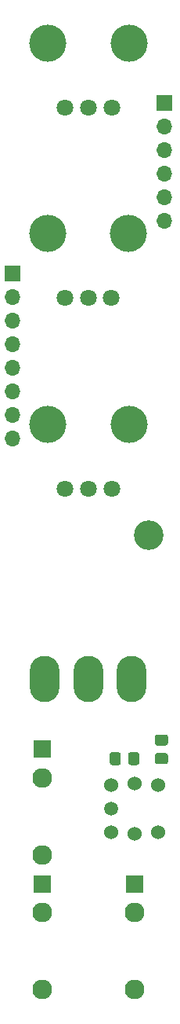
<source format=gts>
G04 #@! TF.GenerationSoftware,KiCad,Pcbnew,7.0.7-7.0.7~ubuntu22.04.1*
G04 #@! TF.CreationDate,2023-10-11T21:50:25+02:00*
G04 #@! TF.ProjectId,RP2040-VCO,52503230-3430-42d5-9643-4f2e6b696361,rev?*
G04 #@! TF.SameCoordinates,Original*
G04 #@! TF.FileFunction,Soldermask,Top*
G04 #@! TF.FilePolarity,Negative*
%FSLAX46Y46*%
G04 Gerber Fmt 4.6, Leading zero omitted, Abs format (unit mm)*
G04 Created by KiCad (PCBNEW 7.0.7-7.0.7~ubuntu22.04.1) date 2023-10-11 21:50:25*
%MOMM*%
%LPD*%
G01*
G04 APERTURE LIST*
%ADD10R,1.930000X1.830000*%
%ADD11C,2.130000*%
%ADD12C,4.000000*%
%ADD13C,1.800000*%
%ADD14C,1.500000*%
%ADD15C,1.524000*%
%ADD16C,3.200000*%
%ADD17O,3.200000X5.000000*%
%ADD18R,1.700000X1.700000*%
%ADD19O,1.700000X1.700000*%
G04 APERTURE END LIST*
D10*
X89000000Y-133600000D03*
D11*
X89000000Y-145000000D03*
X89000000Y-136700000D03*
D10*
X79000000Y-133600000D03*
D11*
X79000000Y-145000000D03*
X79000000Y-136700000D03*
D10*
X79000000Y-119100000D03*
D11*
X79000000Y-130500000D03*
X79000000Y-122200000D03*
D12*
X79600000Y-43000000D03*
X88400000Y-43000000D03*
D13*
X81500000Y-50000000D03*
X84000000Y-50000000D03*
X86500000Y-50000000D03*
D14*
X86460000Y-125500000D03*
D15*
X86460000Y-128040000D03*
X86460000Y-122960000D03*
X91540000Y-128040000D03*
X91540000Y-122960000D03*
X89000000Y-122800000D03*
X89000000Y-128200000D03*
D16*
X90500000Y-96000000D03*
G36*
G01*
X89500000Y-119650000D02*
X89500000Y-120550000D01*
G75*
G02*
X89250000Y-120800000I-250000J0D01*
G01*
X88550000Y-120800000D01*
G75*
G02*
X88300000Y-120550000I0J250000D01*
G01*
X88300000Y-119650000D01*
G75*
G02*
X88550000Y-119400000I250000J0D01*
G01*
X89250000Y-119400000D01*
G75*
G02*
X89500000Y-119650000I0J-250000D01*
G01*
G37*
G36*
G01*
X87500000Y-119650000D02*
X87500000Y-120550000D01*
G75*
G02*
X87250000Y-120800000I-250000J0D01*
G01*
X86550000Y-120800000D01*
G75*
G02*
X86300000Y-120550000I0J250000D01*
G01*
X86300000Y-119650000D01*
G75*
G02*
X86550000Y-119400000I250000J0D01*
G01*
X87250000Y-119400000D01*
G75*
G02*
X87500000Y-119650000I0J-250000D01*
G01*
G37*
D17*
X88700000Y-111500000D03*
X84000000Y-111500000D03*
X79300000Y-111500000D03*
D12*
X79560000Y-63500000D03*
X88360000Y-63500000D03*
D13*
X81460000Y-70500000D03*
X83960000Y-70500000D03*
X86460000Y-70500000D03*
G36*
G01*
X92350000Y-120700000D02*
X91450000Y-120700000D01*
G75*
G02*
X91200000Y-120450000I0J250000D01*
G01*
X91200000Y-119750000D01*
G75*
G02*
X91450000Y-119500000I250000J0D01*
G01*
X92350000Y-119500000D01*
G75*
G02*
X92600000Y-119750000I0J-250000D01*
G01*
X92600000Y-120450000D01*
G75*
G02*
X92350000Y-120700000I-250000J0D01*
G01*
G37*
G36*
G01*
X92350000Y-118700000D02*
X91450000Y-118700000D01*
G75*
G02*
X91200000Y-118450000I0J250000D01*
G01*
X91200000Y-117750000D01*
G75*
G02*
X91450000Y-117500000I250000J0D01*
G01*
X92350000Y-117500000D01*
G75*
G02*
X92600000Y-117750000I0J-250000D01*
G01*
X92600000Y-118450000D01*
G75*
G02*
X92350000Y-118700000I-250000J0D01*
G01*
G37*
D12*
X79600000Y-84050000D03*
X88400000Y-84050000D03*
D13*
X81500000Y-91050000D03*
X84000000Y-91050000D03*
X86500000Y-91050000D03*
D18*
X92200000Y-49500000D03*
D19*
X92200000Y-52040000D03*
X92200000Y-54580000D03*
X92200000Y-57120000D03*
X92200000Y-59660000D03*
X92200000Y-62200000D03*
D18*
X75750000Y-67800000D03*
D19*
X75750000Y-70340000D03*
X75750000Y-72880000D03*
X75750000Y-75420000D03*
X75750000Y-77960000D03*
X75750000Y-80500000D03*
X75750000Y-83040000D03*
X75750000Y-85580000D03*
M02*

</source>
